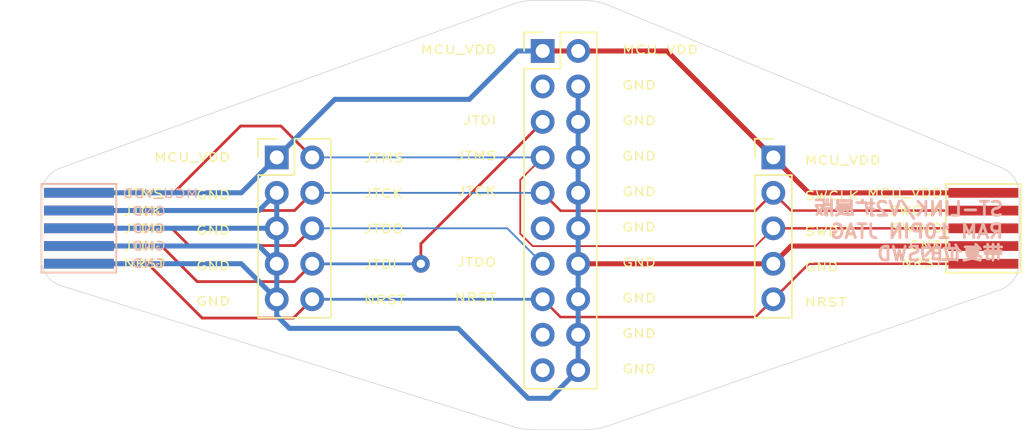
<source format=kicad_pcb>
(kicad_pcb (version 20241229) (generator "pcbnew") (generator_version "9.0")
  (layers (0 "F.Cu" signal) (2 "B.Cu" signal) (13 "F.Paste" user) (15 "B.Paste" user) (5 "F.SilkS" user "F.Silkscreen") (7 "B.SilkS" user "B.Silkscreen") (1 "F.Mask" user) (3 "B.Mask" user) (25 "Edge.Cuts" user))
  (net 0 "")
  (net 2 "/GND")
  (net 3 "/NJTRST")
  (net 4 "/NRST")
  (net 5 "/MCU VDD")
  (net 6 "/JTDI")
  (net 7 "/JTCK")
  (net 8 "/JTDO")
  (net 9 "/JTMS")
  (footprint "Library:FPC_2x5" (layer "F.Cu") (at 102.67 115.57 -90)
    (property "Reference" "J15" (hide yes))
    (property "Value" "Conn_02x05_Odd_Even")
    (fp_line (start -3.175 2.68) (end 3.175 2.68) (stroke (width 0.12)) (layer "F.SilkS"))
    (fp_line (start -3.175 2.68) (end -3.175 1.22) (stroke (width 0.12)) (layer "F.SilkS"))
    (fp_line (start 3.175 2.68) (end 3.175 1.22) (stroke (width 0.12)) (layer "F.SilkS"))
    (fp_line (start -3.175 1.22) (end -3.175 -1.14) (stroke (width 0.12)) (layer "F.SilkS"))
    (fp_line (start 3.175 1.22) (end 3.175 -1.14) (stroke (width 0.12)) (layer "F.SilkS"))
    (fp_line (start -3.175 -1.14) (end -3.175 -2.68) (stroke (width 0.12)) (layer "F.SilkS"))
    (fp_line (start 3.175 -1.14) (end 3.175 -2.68) (stroke (width 0.12)) (layer "F.SilkS"))
    (fp_line (start -3.175 -2.68) (end 3.175 -2.68) (stroke (width 0.12)) (layer "F.SilkS"))
    (fp_line (start -3.175 2.68) (end -3.175 1.22) (stroke (width 0.12)) (layer "B.SilkS"))
    (fp_line (start 3.175 2.68) (end -3.175 2.68) (stroke (width 0.12)) (layer "B.SilkS"))
    (fp_line (start 3.175 2.68) (end 3.175 1.22) (stroke (width 0.12)) (layer "B.SilkS"))
    (fp_line (start -3.175 1.22) (end -3.175 -1.14) (stroke (width 0.12)) (layer "B.SilkS"))
    (fp_line (start 3.175 1.22) (end 3.175 -1.14) (stroke (width 0.12)) (layer "B.SilkS"))
    (fp_line (start -3.175 -1.14) (end -3.175 -2.68) (stroke (width 0.12)) (layer "B.SilkS"))
    (fp_line (start 3.175 -1.14) (end 3.175 -2.68) (stroke (width 0.12)) (layer "B.SilkS"))
    (fp_line (start 3.175 -2.68) (end -3.175 -2.68) (stroke (width 0.12)) (layer "B.SilkS"))
    (pad "1" smd rect (at -2.54 0 270) (size 0.7 5) (layers "B.Cu" "B.Mask" "B.Paste") (net 5 "/MCU VDD"))
    (pad "2" smd rect (at -2.54 0 270) (size 0.7 5) (layers "F.Cu" "F.Mask" "F.Paste") (net 9 "/JTMS"))
    (pad "3" smd rect (at -1.27 0 270) (size 0.7 5) (layers "B.Cu" "B.Mask" "B.Paste") (net 2 "/GND"))
    (pad "4" smd rect (at -1.27 0 270) (size 0.7 5) (layers "F.Cu" "F.Mask" "F.Paste") (net 7 "/JTCK"))
    (pad "5" smd rect (at 0 0 270) (size 0.7 5) (layers "B.Cu" "B.Mask" "B.Paste") (net 2 "/GND"))
    (pad "6" smd rect (at 0 0 270) (size 0.7 5) (layers "F.Cu" "F.Mask" "F.Paste") (net 8 "/JTDO"))
    (pad "7" smd rect (at 1.27 0 270) (size 0.7 5) (layers "B.Cu" "B.Mask" "B.Paste") (net 2 "/GND"))
    (pad "8" smd rect (at 1.27 0 270) (size 0.7 5) (layers "F.Cu" "F.Mask" "F.Paste") (net 6 "/JTDI"))
    (pad "9" smd rect (at 2.54 0 270) (size 0.7 5) (layers "B.Cu" "B.Mask" "B.Paste") (net 2 "/GND"))
    (pad "10" smd rect (at 2.54 0 270) (size 0.7 5) (layers "F.Cu" "F.Mask" "F.Paste") (net 4 "/NRST"))
  )
  (footprint "Connector_PinHeader_2.54mm:PinHeader_2x10_P2.54mm_Vertical" (layer "F.Cu") (at 135.885 102.875)
    (property "Reference" "J5" (hide yes))
    (property "Value" "Conn_02x10_Odd_Even")
    (fp_line (start -1.33 -1.33) (end 0 -1.33) (stroke (width 0.12)) (layer "F.SilkS"))
    (fp_line (start -1.33 0) (end -1.33 -1.33) (stroke (width 0.12)) (layer "F.SilkS"))
    (fp_line (start -1.33 1.27) (end -1.33 24.19) (stroke (width 0.12)) (layer "F.SilkS"))
    (fp_line (start -1.33 1.27) (end 1.27 1.27) (stroke (width 0.12)) (layer "F.SilkS"))
    (fp_line (start -1.33 24.19) (end 3.87 24.19) (stroke (width 0.12)) (layer "F.SilkS"))
    (fp_line (start 1.27 -1.33) (end 3.87 -1.33) (stroke (width 0.12)) (layer "F.SilkS"))
    (fp_line (start 1.27 1.27) (end 1.27 -1.33) (stroke (width 0.12)) (layer "F.SilkS"))
    (fp_line (start 3.87 -1.33) (end 3.87 24.19) (stroke (width 0.12)) (layer "F.SilkS"))
    (pad "1" thru_hole rect (at 0 0) (size 1.7 1.7) (drill 1) (layers "*.Cu" "*.Mask") (net 5 "/MCU VDD"))
    (pad "2" thru_hole oval (at 2.54 0) (size 1.7 1.7) (drill 1) (layers "*.Cu" "*.Mask") (net 5 "/MCU VDD"))
    (pad "3" thru_hole oval (at 0 2.54) (size 1.7 1.7) (drill 1) (layers "*.Cu" "*.Mask") (net 3 "/NJTRST"))
    (pad "4" thru_hole oval (at 2.54 2.54) (size 1.7 1.7) (drill 1) (layers "*.Cu" "*.Mask") (net 2 "/GND"))
    (pad "5" thru_hole oval (at 0 5.08) (size 1.7 1.7) (drill 1) (layers "*.Cu" "*.Mask") (net 6 "/JTDI"))
    (pad "6" thru_hole oval (at 2.54 5.08) (size 1.7 1.7) (drill 1) (layers "*.Cu" "*.Mask") (net 2 "/GND"))
    (pad "7" thru_hole oval (at 0 7.62) (size 1.7 1.7) (drill 1) (layers "*.Cu" "*.Mask") (net 9 "/JTMS"))
    (pad "8" thru_hole oval (at 2.54 7.62) (size 1.7 1.7) (drill 1) (layers "*.Cu" "*.Mask") (net 2 "/GND"))
    (pad "9" thru_hole oval (at 0 10.16) (size 1.7 1.7) (drill 1) (layers "*.Cu" "*.Mask") (net 7 "/JTCK"))
    (pad "10" thru_hole oval (at 2.54 10.16) (size 1.7 1.7) (drill 1) (layers "*.Cu" "*.Mask") (net 2 "/GND"))
    (pad "11" thru_hole oval (at 0 12.7) (size 1.7 1.7) (drill 1) (layers "*.Cu" "*.Mask"))
    (pad "12" thru_hole oval (at 2.54 12.7) (size 1.7 1.7) (drill 1) (layers "*.Cu" "*.Mask") (net 2 "/GND"))
    (pad "13" thru_hole oval (at 0 15.24) (size 1.7 1.7) (drill 1) (layers "*.Cu" "*.Mask") (net 8 "/JTDO"))
    (pad "14" thru_hole oval (at 2.54 15.24) (size 1.7 1.7) (drill 1) (layers "*.Cu" "*.Mask") (net 2 "/GND"))
    (pad "15" thru_hole oval (at 0 17.78) (size 1.7 1.7) (drill 1) (layers "*.Cu" "*.Mask") (net 4 "/NRST"))
    (pad "16" thru_hole oval (at 2.54 17.78) (size 1.7 1.7) (drill 1) (layers "*.Cu" "*.Mask") (net 2 "/GND"))
    (pad "17" thru_hole oval (at 0 20.32) (size 1.7 1.7) (drill 1) (layers "*.Cu" "*.Mask"))
    (pad "18" thru_hole oval (at 2.54 20.32) (size 1.7 1.7) (drill 1) (layers "*.Cu" "*.Mask") (net 2 "/GND"))
    (pad "19" thru_hole oval (at 0 22.86) (size 1.7 1.7) (drill 1) (layers "*.Cu" "*.Mask"))
    (pad "20" thru_hole oval (at 2.54 22.86) (size 1.7 1.7) (drill 1) (layers "*.Cu" "*.Mask") (net 2 "/GND"))
  )
  (footprint "Library:FPC_5" (layer "F.Cu") (at 167.44 115.575 -90)
    (property "Reference" "J10" (hide yes))
    (property "Value" "PINHD_1x5_Female")
    (fp_line (start -3.175 2.68) (end 3.175 2.68) (stroke (width 0.12)) (layer "F.SilkS"))
    (fp_line (start -3.175 2.68) (end -3.175 1.22) (stroke (width 0.12)) (layer "F.SilkS"))
    (fp_line (start 3.175 2.68) (end 3.175 1.22) (stroke (width 0.12)) (layer "F.SilkS"))
    (fp_line (start -3.175 1.22) (end -3.175 -1.14) (stroke (width 0.12)) (layer "F.SilkS"))
    (fp_line (start 3.175 1.22) (end 3.175 -1.14) (stroke (width 0.12)) (layer "F.SilkS"))
    (fp_line (start -3.175 -1.14) (end -3.175 -2.68) (stroke (width 0.12)) (layer "F.SilkS"))
    (fp_line (start 3.175 -1.14) (end 3.175 -2.68) (stroke (width 0.12)) (layer "F.SilkS"))
    (fp_line (start -3.175 -2.68) (end 3.175 -2.68) (stroke (width 0.12)) (layer "F.SilkS"))
    (pad "1" smd rect (at -2.54 0 270) (size 0.7 5) (layers "F.Cu" "F.Mask" "F.Paste") (net 5 "/MCU VDD"))
    (pad "2" smd rect (at -1.27 0 270) (size 0.7 5) (layers "F.Cu" "F.Mask" "F.Paste") (net 7 "/JTCK"))
    (pad "3" smd rect (at 0 0 270) (size 0.7 5) (layers "F.Cu" "F.Mask" "F.Paste") (net 9 "/JTMS"))
    (pad "4" smd rect (at 1.27 0 270) (size 0.7 5) (layers "F.Cu" "F.Mask" "F.Paste") (net 2 "/GND"))
    (pad "5" smd rect (at 2.54 0 270) (size 0.7 5) (layers "F.Cu" "F.Mask" "F.Paste") (net 4 "/NRST"))
  )
  (footprint "Connector_PinHeader_2.54mm:PinHeader_2x05_P2.54mm_Vertical" (layer "F.Cu") (at 116.84 110.495)
    (property "Reference" "J14" (hide yes))
    (property "Value" "Conn_02x05_Odd_Even")
    (fp_line (start -1.33 -1.33) (end 0 -1.33) (stroke (width 0.12)) (layer "F.SilkS"))
    (fp_line (start -1.33 0) (end -1.33 -1.33) (stroke (width 0.12)) (layer "F.SilkS"))
    (fp_line (start -1.33 1.27) (end -1.33 11.49) (stroke (width 0.12)) (layer "F.SilkS"))
    (fp_line (start -1.33 1.27) (end 1.27 1.27) (stroke (width 0.12)) (layer "F.SilkS"))
    (fp_line (start -1.33 11.49) (end 3.87 11.49) (stroke (width 0.12)) (layer "F.SilkS"))
    (fp_line (start 1.27 -1.33) (end 3.87 -1.33) (stroke (width 0.12)) (layer "F.SilkS"))
    (fp_line (start 1.27 1.27) (end 1.27 -1.33) (stroke (width 0.12)) (layer "F.SilkS"))
    (fp_line (start 3.87 -1.33) (end 3.87 11.49) (stroke (width 0.12)) (layer "F.SilkS"))
    (pad "1" thru_hole rect (at 0 0) (size 1.7 1.7) (drill 1) (layers "*.Cu" "*.Mask") (net 5 "/MCU VDD"))
    (pad "2" thru_hole oval (at 2.54 0) (size 1.7 1.7) (drill 1) (layers "*.Cu" "*.Mask") (net 9 "/JTMS"))
    (pad "3" thru_hole oval (at 0 2.54) (size 1.7 1.7) (drill 1) (layers "*.Cu" "*.Mask") (net 2 "/GND"))
    (pad "4" thru_hole oval (at 2.54 2.54) (size 1.7 1.7) (drill 1) (layers "*.Cu" "*.Mask") (net 7 "/JTCK"))
    (pad "5" thru_hole oval (at 0 5.08) (size 1.7 1.7) (drill 1) (layers "*.Cu" "*.Mask") (net 2 "/GND"))
    (pad "6" thru_hole oval (at 2.54 5.08) (size 1.7 1.7) (drill 1) (layers "*.Cu" "*.Mask") (net 8 "/JTDO"))
    (pad "7" thru_hole oval (at 0 7.62) (size 1.7 1.7) (drill 1) (layers "*.Cu" "*.Mask") (net 2 "/GND"))
    (pad "8" thru_hole oval (at 2.54 7.62) (size 1.7 1.7) (drill 1) (layers "*.Cu" "*.Mask") (net 6 "/JTDI"))
    (pad "9" thru_hole oval (at 0 10.16) (size 1.7 1.7) (drill 1) (layers "*.Cu" "*.Mask") (net 2 "/GND"))
    (pad "10" thru_hole oval (at 2.54 10.16) (size 1.7 1.7) (drill 1) (layers "*.Cu" "*.Mask") (net 4 "/NRST"))
  )
  (footprint "Connector_PinHeader_2.54mm:PinHeader_1x05_P2.54mm_Vertical" (layer "F.Cu") (at 152.4 110.495)
    (property "Reference" "J11" (hide yes))
    (property "Value" "PINHD_1x5_Male")
    (fp_line (start -1.33 -1.33) (end 0 -1.33) (stroke (width 0.12)) (layer "F.SilkS"))
    (fp_line (start -1.33 0) (end -1.33 -1.33) (stroke (width 0.12)) (layer "F.SilkS"))
    (fp_line (start -1.33 1.27) (end -1.33 11.49) (stroke (width 0.12)) (layer "F.SilkS"))
    (fp_line (start -1.33 1.27) (end 1.33 1.27) (stroke (width 0.12)) (layer "F.SilkS"))
    (fp_line (start -1.33 11.49) (end 1.33 11.49) (stroke (width 0.12)) (layer "F.SilkS"))
    (fp_line (start 1.33 1.27) (end 1.33 11.49) (stroke (width 0.12)) (layer "F.SilkS"))
    (pad "1" thru_hole rect (at 0 0) (size 1.7 1.7) (drill 1) (layers "*.Cu" "*.Mask") (net 5 "/MCU VDD"))
    (pad "2" thru_hole oval (at 0 2.54) (size 1.7 1.7) (drill 1) (layers "*.Cu" "*.Mask") (net 7 "/JTCK"))
    (pad "3" thru_hole oval (at 0 5.08) (size 1.7 1.7) (drill 1) (layers "*.Cu" "*.Mask") (net 9 "/JTMS"))
    (pad "4" thru_hole oval (at 0 7.62) (size 1.7 1.7) (drill 1) (layers "*.Cu" "*.Mask") (net 2 "/GND"))
    (pad "5" thru_hole oval (at 0 10.16) (size 1.7 1.7) (drill 1) (layers "*.Cu" "*.Mask") (net 4 "/NRST"))
  )
  (gr_arc (start 168.763804 111.239175) (mid 169.662469 111.975737) (end 170 113.087581) (stroke (width 0.05)) (layer "Edge.Cuts"))
  (gr_arc (start 100 113.152591) (mid 100.362537 112.004247) (end 101.318702 111.272209) (stroke (width 0.05)) (layer "Edge.Cuts"))
  (gr_arc (start 170 118.077157) (mid 169.629688 119.23656) (end 168.65583 119.966571) (stroke (width 0.05)) (layer "Edge.Cuts"))
  (gr_line (start 170 118.077157) (end 170 113.087581) (stroke (width 0.05)) (layer "Edge.Cuts"))
  (gr_line (start 135.260943 130) (end 138.906904 130) (stroke (width 0.05)) (layer "Edge.Cuts"))
  (gr_line (start 138.757636 99.25) (end 135.377875 99.25) (stroke (width 0.05)) (layer "Edge.Cuts"))
  (gr_arc (start 140.546479 129.723536) (mid 139.738264 129.930399) (end 138.906904 130) (stroke (width 0.05)) (layer "Edge.Cuts"))
  (gr_line (start 101.405026 119.687798) (end 133.773508 129.773629) (stroke (width 0.05)) (layer "Edge.Cuts"))
  (gr_arc (start 138.757636 99.25) (mid 139.731012 99.345668) (end 140.667146 99.628986) (stroke (width 0.05)) (layer "Edge.Cuts"))
  (gr_arc (start 135.260943 130) (mid 134.508661 129.94309) (end 133.773508 129.773629) (stroke (width 0.05)) (layer "Edge.Cuts"))
  (gr_arc (start 101.405026 119.687798) (mid 100.389108 118.963684) (end 100 117.778346) (stroke (width 0.05)) (layer "Edge.Cuts"))
  (gr_line (start 100 113.152591) (end 100 117.778346) (stroke (width 0.05)) (layer "Edge.Cuts"))
  (gr_line (start 140.546479 129.723536) (end 168.65583 119.966571) (stroke (width 0.05)) (layer "Edge.Cuts"))
  (gr_arc (start 133.674631 99.549047) (mid 134.513226 99.325325) (end 135.377875 99.25) (stroke (width 0.05)) (layer "Edge.Cuts"))
  (gr_line (start 168.763804 111.239175) (end 140.667146 99.628986) (stroke (width 0.05)) (layer "Edge.Cuts"))
  (gr_line (start 133.674631 99.549047) (end 101.318702 111.272209) (stroke (width 0.05)) (layer "Edge.Cuts"))
  (gr_text "MCU_VDD" (at 154.57 111.06 0) (layer "F.SilkS") (effects (font (size 0.6 0.8) (thickness 0.1)) (justify left bottom)))
  (gr_text "MCU_VDD\n" (at 127.061905 103.13 0) (layer "F.SilkS") (effects (font (size 0.6 0.8) (thickness 0.1)) (justify left bottom)))
  (gr_text "GND" (at 141.5 115.84 0) (layer "F.SilkS") (effects (font (size 0.6 0.8) (thickness 0.1)) (justify left bottom)))
  (gr_text "JTMS" (at 129.614285 110.73 0) (layer "F.SilkS") (effects (font (size 0.6 0.8) (thickness 0.1)) (justify left bottom)))
  (gr_text "GND" (at 141.5 113.3 0) (layer "F.SilkS") (effects (font (size 0.6 0.8) (thickness 0.1)) (justify left bottom)))
  (gr_text "SWDIO" (at 154.57 116.14 0) (layer "F.SilkS") (effects (font (size 0.6 0.8) (thickness 0.1)) (justify left bottom)))
  (gr_text "GND" (at 111 118.61 0) (layer "F.SilkS") (effects (font (size 0.6 0.8) (thickness 0.1)) (justify left bottom)))
  (gr_text "NRST" (at 154.57 121.22 0) (layer "F.SilkS") (effects (font (size 0.6 0.8) (thickness 0.1)) (justify left bottom)))
  (gr_text "NRST" (at 129.5 120.89 0) (layer "F.SilkS") (effects (font (size 0.6 0.8) (thickness 0.1)) (justify left bottom)))
  (gr_text "GND" (at 162.035715 117.16 0) (layer "F.SilkS") (effects (font (size 0.6 0.8) (thickness 0.1)) (justify left bottom)))
  (gr_text "MCU_VDD" (at 159.026191 113.41 0) (layer "F.SilkS") (effects (font (size 0.6 0.8) (thickness 0.1)) (justify left bottom)))
  (gr_text "JTMS" (at 105.78 113.45 0) (layer "F.SilkS") (effects (font (size 0.6 0.8) (thickness 0.1)) (justify left bottom)))
  (gr_text "GND" (at 111 113.53 0) (layer "F.SilkS") (effects (font (size 0.6 0.8) (thickness 0.1)) (justify left bottom)))
  (gr_text "JTDO" (at 129.652381 118.35 0) (layer "F.SilkS") (effects (font (size 0.6 0.8) (thickness 0.1)) (justify left bottom)))
  (gr_text "NRST" (at 105.78 118.45 0) (layer "F.SilkS") (effects (font (size 0.6 0.8) (thickness 0.1)) (justify left bottom)))
  (gr_text "GND" (at 111 121.15 0) (layer "F.SilkS") (effects (font (size 0.6 0.8) (thickness 0.1)) (justify left bottom)))
  (gr_text "JTCK" (at 123 113.43 0) (layer "F.SilkS") (effects (font (size 0.6 0.8) (thickness 0.1)) (justify left bottom)))
  (gr_text "JTDO" (at 123 115.97 0) (layer "F.SilkS") (effects (font (size 0.6 0.8) (thickness 0.1)) (justify left bottom)))
  (gr_text "GND" (at 141.5 110.76 0) (layer "F.SilkS") (effects (font (size 0.6 0.8) (thickness 0.1)) (justify left bottom)))
  (gr_text "SWCLK" (at 160.55 114.66 0) (layer "F.SilkS") (effects (font (size 0.6 0.8) (thickness 0.1)) (justify left bottom)))
  (gr_text "JTDI" (at 105.78 117.2 0) (layer "F.SilkS") (effects (font (size 0.6 0.8) (thickness 0.1)) (justify left bottom)))
  (gr_text "GND" (at 141.5 108.22 0) (layer "F.SilkS") (effects (font (size 0.6 0.8) (thickness 0.1)) (justify left bottom)))
  (gr_text "SWDIO" (at 160.778572 115.91 0) (layer "F.SilkS") (effects (font (size 0.6 0.8) (thickness 0.1)) (justify left bottom)))
  (gr_text "GND" (at 141.5 105.68 0) (layer "F.SilkS") (effects (font (size 0.6 0.8) (thickness 0.1)) (justify left bottom)))
  (gr_text "GND" (at 154.57 118.68 0) (layer "F.SilkS") (effects (font (size 0.6 0.8) (thickness 0.1)) (justify left bottom)))
  (gr_text "JTCK" (at 129.690476 113.27 0) (layer "F.SilkS") (effects (font (size 0.6 0.8) (thickness 0.1)) (justify left bottom)))
  (gr_text "JTDI" (at 123 118.51 0) (layer "F.SilkS") (effects (font (size 0.6 0.8) (thickness 0.1)) (justify left bottom)))
  (gr_text "GND" (at 141.5 126 0) (layer "F.SilkS") (effects (font (size 0.6 0.8) (thickness 0.1)) (justify left bottom)))
  (gr_text "JTDO" (at 105.78 115.95 0) (layer "F.SilkS") (effects (font (size 0.6 0.8) (thickness 0.1)) (justify left bottom)))
  (gr_text "JTDI" (at 130.109524 108.19 0) (layer "F.SilkS") (effects (font (size 0.6 0.8) (thickness 0.1)) (justify left bottom)))
  (gr_text "GND" (at 111 116.07 0) (layer "F.SilkS") (effects (font (size 0.6 0.8) (thickness 0.1)) (justify left bottom)))
  (gr_text "NRST" (at 123 121.05 0) (layer "F.SilkS") (effects (font (size 0.6 0.8) (thickness 0.1)) (justify left bottom)))
  (gr_text "MCU_VDD\n" (at 141.5 103.14 0) (layer "F.SilkS") (effects (font (size 0.6 0.8) (thickness 0.1)) (justify left bottom)))
  (gr_text "JTMS" (at 123 110.89 0) (layer "F.SilkS") (effects (font (size 0.6 0.8) (thickness 0.1)) (justify left bottom)))
  (gr_text "NRST" (at 161.464286 118.41 0) (layer "F.SilkS") (effects (font (size 0.6 0.8) (thickness 0.1)) (justify left bottom)))
  (gr_text "JTCK" (at 105.78 114.7 0) (layer "F.SilkS") (effects (font (size 0.6 0.8) (thickness 0.1)) (justify left bottom)))
  (gr_text "SWCLK" (at 154.57 113.6 0) (layer "F.SilkS") (effects (font (size 0.6 0.8) (thickness 0.1)) (justify left bottom)))
  (gr_text "GND" (at 141.5 123.46 0) (layer "F.SilkS") (effects (font (size 0.6 0.8) (thickness 0.1)) (justify left bottom)))
  (gr_text "MCU_VDD\n" (at 107.990476 110.84 0) (layer "F.SilkS") (effects (font (size 0.6 0.8) (thickness 0.1)) (justify left bottom)))
  (gr_text "GND" (at 141.5 118.38 0) (layer "F.SilkS") (effects (font (size 0.6 0.8) (thickness 0.1)) (justify left bottom)))
  (gr_text "GND" (at 141.5 120.92 0) (layer "F.SilkS") (effects (font (size 0.6 0.8) (thickness 0.1)) (justify left bottom)))
  (gr_text "MCU_VDD" (at 111.3 113.44 0) (layer "B.SilkS") (effects (font (size 0.6 0.8) (thickness 0.1)) (justify left bottom mirror)))
  (gr_text "GND" (at 108.965238 114.7 0) (layer "B.SilkS") (effects (font (size 0.6 0.8) (thickness 0.1)) (justify left bottom mirror)))
  (gr_text "GND" (at 108.965238 118.45 0) (layer "B.SilkS") (effects (font (size 0.6 0.8) (thickness 0.1)) (justify left bottom mirror)))
  (gr_text "ST-LINK/V2扩展版\nRAM 10PIN JTAG\n带复位的SWD" (at 168.98 117.99 0) (layer "B.SilkS") (effects (font (size 1 1) (thickness 0.2) (bold yes)) (justify left bottom mirror)))
  (gr_text "GND" (at 108.965238 115.95 0) (layer "B.SilkS") (effects (font (size 0.6 0.8) (thickness 0.1)) (justify left bottom mirror)))
  (gr_text "GND" (at 108.965238 117.2 0) (layer "B.SilkS") (effects (font (size 0.6 0.8) (thickness 0.1)) (justify left bottom mirror)))
  (segment (start 152.4 118.115) (end 138.425 118.115) (width 0.36) (layer "F.Cu") (net 2))
  (segment (start 153.67 116.845) (end 152.4 118.115) (width 0.36) (layer "F.Cu") (net 2))
  (segment (start 167.44 116.845) (end 153.67 116.845) (width 0.36) (layer "F.Cu") (net 2))
  (segment (start 129.83 122.74) (end 134.84 127.75) (width 0.36) (layer "B.Cu") (net 2))
  (segment (start 115.565 116.84) (end 116.84 118.115) (width 0.36) (layer "B.Cu") (net 2))
  (segment (start 116.84 120.655) (end 116.84 121.83) (width 0.36) (layer "B.Cu") (net 2))
  (segment (start 117.75 122.74) (end 129.83 122.74) (width 0.36) (layer "B.Cu") (net 2))
  (segment (start 116.835 115.57) (end 116.84 115.575) (width 0.36) (layer "B.Cu") (net 2))
  (segment (start 138.425 105.415) (end 138.425 125.735) (width 0.36) (layer "B.Cu") (net 2))
  (segment (start 134.84 127.75) (end 136.41 127.75) (width 0.36) (layer "B.Cu") (net 2))
  (segment (start 114.295 118.11) (end 116.84 120.655) (width 0.36) (layer "B.Cu") (net 2))
  (segment (start 115.575 114.3) (end 116.84 113.035) (width 0.36) (layer "B.Cu") (net 2))
  (segment (start 102.67 116.84) (end 115.565 116.84) (width 0.36) (layer "B.Cu") (net 2))
  (segment (start 136.41 127.75) (end 138.425 125.735) (width 0.36) (layer "B.Cu") (net 2))
  (segment (start 102.67 118.11) (end 114.295 118.11) (width 0.36) (layer "B.Cu") (net 2))
  (segment (start 102.67 115.57) (end 116.835 115.57) (width 0.36) (layer "B.Cu") (net 2))
  (segment (start 116.84 121.83) (end 117.75 122.74) (width 0.36) (layer "B.Cu") (net 2))
  (segment (start 116.84 113.035) (end 116.84 120.655) (width 0.36) (layer "B.Cu") (net 2))
  (segment (start 102.67 114.3) (end 115.575 114.3) (width 0.36) (layer "B.Cu") (net 2))
  (segment (start 119.38 120.655) (end 118.035 122) (width 0.2) (layer "F.Cu") (net 4))
  (segment (start 154.94 118.115) (end 152.4 120.655) (width 0.18) (layer "F.Cu") (net 4))
  (segment (start 111.5 122) (end 107.61 118.11) (width 0.2) (layer "F.Cu") (net 4))
  (segment (start 151.125 121.93) (end 137.16 121.93) (width 0.18) (layer "F.Cu") (net 4))
  (segment (start 137.16 121.93) (end 135.885 120.655) (width 0.18) (layer "F.Cu") (net 4))
  (segment (start 167.44 118.115) (end 154.94 118.115) (width 0.18) (layer "F.Cu") (net 4))
  (segment (start 152.4 120.655) (end 151.125 121.93) (width 0.18) (layer "F.Cu") (net 4))
  (segment (start 107.61 118.11) (end 102.67 118.11) (width 0.2) (layer "F.Cu") (net 4))
  (segment (start 118.035 122) (end 111.5 122) (width 0.2) (layer "F.Cu") (net 4))
  (segment (start 119.38 120.655) (end 135.885 120.655) (width 0.2) (layer "B.Cu") (net 4))
  (segment (start 135.885 102.875) (end 144.78 102.875) (width 0.36) (layer "F.Cu") (net 5))
  (segment (start 154.94 113.035) (end 152.4 110.495) (width 0.36) (layer "F.Cu") (net 5))
  (segment (start 167.44 113.035) (end 154.94 113.035) (width 0.36) (layer "F.Cu") (net 5))
  (segment (start 144.78 102.875) (end 152.4 110.495) (width 0.36) (layer "F.Cu") (net 5))
  (segment (start 120.995 106.34) (end 130.63 106.34) (width 0.36) (layer "B.Cu") (net 5))
  (segment (start 114.305 113.03) (end 102.67 113.03) (width 0.36) (layer "B.Cu") (net 5))
  (segment (start 134.095 102.875) (end 135.885 102.875) (width 0.36) (layer "B.Cu") (net 5))
  (segment (start 116.84 110.6) (end 116.91 110.67) (width 0.2) (layer "B.Cu") (net 5))
  (segment (start 116.84 110.495) (end 116.84 110.6) (width 0.2) (layer "B.Cu") (net 5))
  (segment (start 116.84 110.495) (end 114.305 113.03) (width 0.36) (layer "B.Cu") (net 5))
  (segment (start 130.63 106.34) (end 134.095 102.875) (width 0.36) (layer "B.Cu") (net 5))
  (segment (start 116.84 110.495) (end 120.995 106.34) (width 0.36) (layer "B.Cu") (net 5))
  (segment (start 127.16 116.68) (end 135.885 107.955) (width 0.2) (layer "F.Cu") (net 6))
  (segment (start 119.38 118.115) (end 118.105 119.39) (width 0.2) (layer "F.Cu") (net 6))
  (segment (start 111.14 119.39) (end 108.59 116.84) (width 0.2) (layer "F.Cu") (net 6))
  (segment (start 127.16 118.12) (end 127.16 116.68) (width 0.2) (layer "F.Cu") (net 6))
  (segment (start 108.59 116.84) (end 102.67 116.84) (width 0.2) (layer "F.Cu") (net 6))
  (segment (start 118.105 119.39) (end 111.14 119.39) (width 0.2) (layer "F.Cu") (net 6))
  (via (at 127.16 118.12) (size 1.27) (drill 0.6) (layers "F.Cu" "B.Cu") (net 6))
  (segment (start 119.38 118.115) (end 119.385 118.12) (width 0.2) (layer "B.Cu") (net 6))
  (segment (start 119.385 118.12) (end 127.16 118.12) (width 0.2) (layer "B.Cu") (net 6))
  (segment (start 153.67 114.305) (end 152.4 113.035) (width 0.18) (layer "F.Cu") (net 7))
  (segment (start 118.115 114.3) (end 102.67 114.3) (width 0.2) (layer "F.Cu") (net 7))
  (segment (start 152.4 113.035) (end 151.115 114.32) (width 0.18) (layer "F.Cu") (net 7))
  (segment (start 119.38 113.035) (end 118.115 114.3) (width 0.2) (layer "F.Cu") (net 7))
  (segment (start 137.17 114.32) (end 135.885 113.035) (width 0.18) (layer "F.Cu") (net 7))
  (segment (start 151.115 114.32) (end 137.17 114.32) (width 0.18) (layer "F.Cu") (net 7))
  (segment (start 167.44 114.305) (end 153.67 114.305) (width 0.18) (layer "F.Cu") (net 7))
  (segment (start 135.885 113.035) (end 119.38 113.035) (width 0.13) (layer "B.Cu") (net 7))
  (segment (start 110.56 116.81) (end 109.32 115.57) (width 0.2) (layer "F.Cu") (net 8))
  (segment (start 109.32 115.57) (end 102.67 115.57) (width 0.2) (layer "F.Cu") (net 8))
  (segment (start 119.38 115.575) (end 118.145 116.81) (width 0.2) (layer "F.Cu") (net 8))
  (segment (start 118.145 116.81) (end 110.56 116.81) (width 0.2) (layer "F.Cu") (net 8))
  (segment (start 135.885 118.115) (end 133.345 115.575) (width 0.13) (layer "B.Cu") (net 8))
  (segment (start 133.345 115.575) (end 119.38 115.575) (width 0.13) (layer "B.Cu") (net 8))
  (segment (start 109.47 113.03) (end 114.25 108.25) (width 0.2) (layer "F.Cu") (net 9))
  (segment (start 135.17 116.85) (end 151.125 116.85) (width 0.13) (layer "F.Cu") (net 9))
  (segment (start 151.125 116.85) (end 152.4 115.575) (width 0.13) (layer "F.Cu") (net 9))
  (segment (start 134.28 112.1) (end 134.28 115.96) (width 0.13) (layer "F.Cu") (net 9))
  (segment (start 117.135 108.25) (end 119.38 110.495) (width 0.2) (layer "F.Cu") (net 9))
  (segment (start 167.44 115.575) (end 152.4 115.575) (width 0.18) (layer "F.Cu") (net 9))
  (segment (start 102.67 113.03) (end 109.47 113.03) (width 0.2) (layer "F.Cu") (net 9))
  (segment (start 134.28 115.96) (end 135.17 116.85) (width 0.13) (layer "F.Cu") (net 9))
  (segment (start 114.25 108.25) (end 117.135 108.25) (width 0.2) (layer "F.Cu") (net 9))
  (segment (start 135.885 110.495) (end 134.28 112.1) (width 0.13) (layer "F.Cu") (net 9))
  (segment (start 135.885 110.495) (end 119.38 110.495) (width 0.13) (layer "B.Cu") (net 9))
)
</source>
